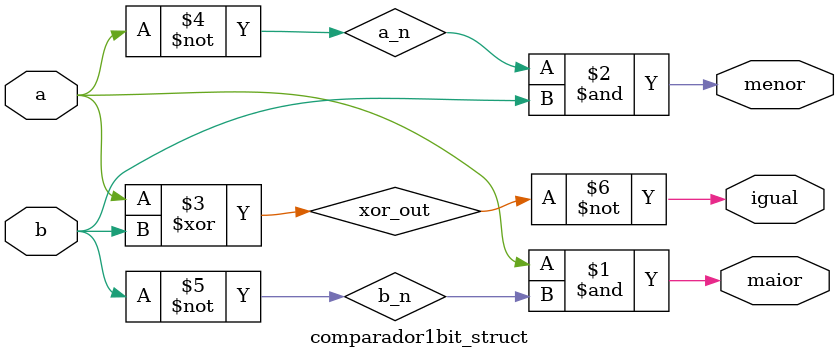
<source format=v>
module comparador1bit_struct (
    input wire a,
    input wire b,
    output wire maior, // a > b
    output wire menor, // a < b
    output wire igual  // a == b
);

    wire a_n, b_n;
    wire xor_out;

    not U1_not_a (a_n, a);
    not U2_not_b (b_n, b);

    // Lógica 'maior' (a > b) -> a AND (NOT b)
    and U3_and_maior (maior, a, b_n);
    
    // Lógica 'menor' (a < b) -> (NOT a) AND b
    and U4_and_menor (menor, a_n, b);
    
    // Lógica 'igual' (a == b) -> NOT (a XOR b)
    xor U5_xor (xor_out, a, b);
    not U6_not_igual (igual, xor_out);

endmodule
</source>
